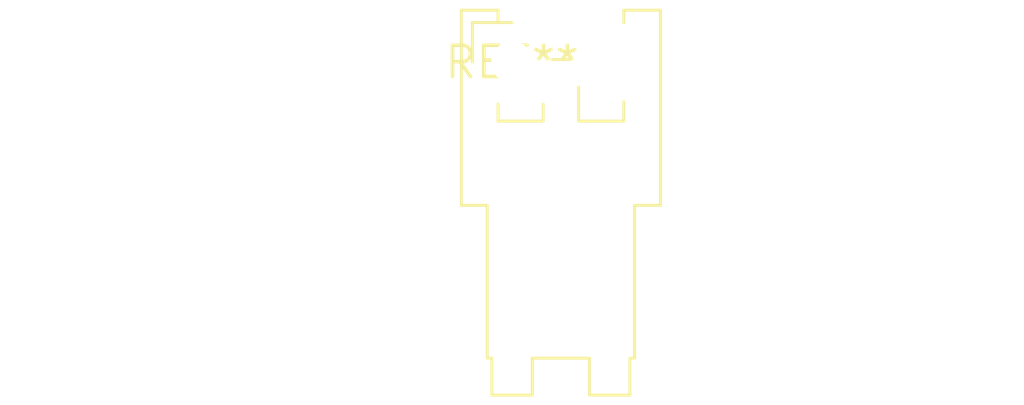
<source format=kicad_pcb>
(kicad_pcb (version 20240108) (generator pcbnew)
  (layers (0 "F.Cu" signal) (31 "B.Cu" signal) (34 "B.Paste" user) (35 "F.Paste" user) (36 "B.SilkS" user "B.Silkscreen") (37 "F.SilkS" user "F.Silkscreen") (38 "B.Mask" user) (39 "F.Mask" user) (44 "Edge.Cuts" user))
  (net 0 "")
  (footprint "JST_VH_S2P-VH_1x02_P3.96mm_Horizontal" (layer "F.Cu") (at 0 0)
    (property "Reference" "REF**")
    (property "Value" "JST_VH_S2P-VH_1x02_P3.96mm_Horizontal")
    (fp_line (start -2.06 -2.11) (end -0.57 -2.11) (layer "F.SilkS") (stroke (width 0.12)))
    (fp_line (start -2.06 5.81) (end -2.06 -2.11) (layer "F.SilkS") (stroke (width 0.12)))
    (fp_line (start -1.61 -1.61) (end -1.61 0) (layer "F.SilkS") (stroke (width 0.12)))
    (fp_line (start -1.01 5.81) (end -2.06 5.81) (layer "F.SilkS") (stroke (width 0.12)))
    (fp_line (start -1.01 5.81) (end -1.01 12.01) (layer "F.SilkS") (stroke (width 0.12)))
    (fp_line (start -1.01 12.01) (end -0.82 12.01) (layer "F.SilkS") (stroke (width 0.12)))
    (fp_line (start -0.82 12.01) (end -0.82 13.51) (layer "F.SilkS") (stroke (width 0.12)))
    (fp_line (start -0.82 13.51) (end 0.82 13.51) (layer "F.SilkS") (stroke (width 0.12)))
    (fp_line (start -0.58 2.39) (end 1.26 2.39) (layer "F.SilkS") (stroke (width 0.12)))
    (fp_line (start -0.57 -2.11) (end -0.57 -1.61) (layer "F.SilkS") (stroke (width 0.12)))
    (fp_line (start -0.57 1.7) (end -0.57 2.39) (layer "F.SilkS") (stroke (width 0.12)))
    (fp_line (start 0 -1.61) (end -1.61 -1.61) (layer "F.SilkS") (stroke (width 0.12)))
    (fp_line (start 0.82 12.01) (end 3.14 12.01) (layer "F.SilkS") (stroke (width 0.12)))
    (fp_line (start 0.82 13.51) (end 0.82 12.01) (layer "F.SilkS") (stroke (width 0.12)))
    (fp_line (start 1.26 2.39) (end 1.26 1.7) (layer "F.SilkS") (stroke (width 0.12)))
    (fp_line (start 1.61 -0.11) (end 2.35 -0.11) (layer "F.SilkS") (stroke (width 0.12)))
    (fp_line (start 2.7 1) (end 2.7 2.39) (layer "F.SilkS") (stroke (width 0.12)))
    (fp_line (start 2.7 2.39) (end 4.54 2.39) (layer "F.SilkS") (stroke (width 0.12)))
    (fp_line (start 3.14 12.01) (end 3.14 13.51) (layer "F.SilkS") (stroke (width 0.12)))
    (fp_line (start 3.14 13.51) (end 4.78 13.51) (layer "F.SilkS") (stroke (width 0.12)))
    (fp_line (start 4.53 -2.11) (end 6.02 -2.11) (layer "F.SilkS") (stroke (width 0.12)))
    (fp_line (start 4.53 -1.6) (end 4.53 -2.11) (layer "F.SilkS") (stroke (width 0.12)))
    (fp_line (start 4.53 2.39) (end 4.53 1.6) (layer "F.SilkS") (stroke (width 0.12)))
    (fp_line (start 4.78 12.01) (end 4.97 12.01) (layer "F.SilkS") (stroke (width 0.12)))
    (fp_line (start 4.78 13.51) (end 4.78 12.01) (layer "F.SilkS") (stroke (width 0.12)))
    (fp_line (start 4.97 12.01) (end 4.97 5.81) (layer "F.SilkS") (stroke (width 0.12)))
    (fp_line (start 6.02 -2.11) (end 6.02 5.81) (layer "F.SilkS") (stroke (width 0.12)))
    (fp_line (start 6.02 5.81) (end 4.97 5.81) (layer "F.SilkS") (stroke (width 0.12)))
    (pad "1" thru_hole roundrect (at 0 0) (size 2.7 2.7) (drill 1.7) (layers *.Cu *.Mask) (remove_unused_layers) (roundrect_rratio 0.092593))
    (pad "2" thru_hole circle (at 3.96 0) (size 2.7 2.7) (drill 1.7) (layers *.Cu *.Mask) (remove_unused_layers))
  )
)
</source>
